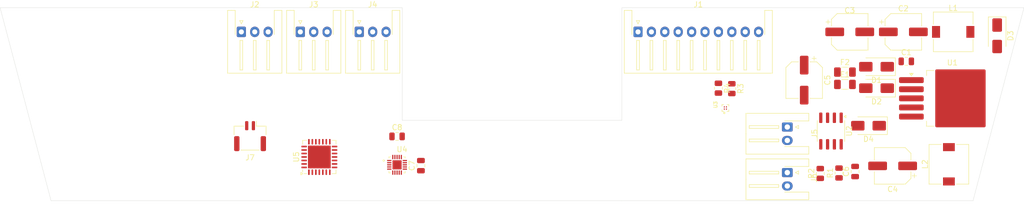
<source format=kicad_pcb>
(kicad_pcb (version 20241229) (generator "pcbnew") (generator_version "9.0")
  (layers (0 "F.Cu" signal) (2 "B.Cu" signal) (13 "F.Paste" user) (15 "B.Paste" user) (5 "F.SilkS" user "F.Silkscreen") (7 "B.SilkS" user "B.Silkscreen") (1 "F.Mask" user) (3 "B.Mask" user) (25 "Edge.Cuts" user))
  (net 0 "")
  (net 1 "GND")
  (net 2 "+5V")
  (net 3 "+10V")
  (net 4 "Net-(U2-TC)")
  (net 5 "Net-(U4-1.8VOUT)")
  (net 6 "Net-(U4-VCP)")
  (net 7 "Net-(D3-K)")
  (net 8 "Net-(D4-A)")
  (net 9 "+12V")
  (net 10 "+3V3")
  (net 11 "Net-(J1-Pin_4)")
  (net 12 "Net-(J1-Pin_8)")
  (net 13 "Net-(J1-Pin_5)")
  (net 14 "Net-(J1-Pin_7)")
  (net 15 "Net-(J1-Pin_10)")
  (net 16 "Net-(J1-Pin_9)")
  (net 18 "Net-(J4-Pin_3)")
  (net 19 "Net-(J4-Pin_2)")
  (net 20 "Net-(J4-Pin_1)")
  (net 21 "Net-(U2-Vfb)")
  (net 22 "Net-(U3-SCL)")
  (net 23 "Net-(U3-SDA)")
  (net 24 "Net-(U4-VH)")
  (net 27 "Net-(U4-WL)")
  (net 29 "Net-(U4-UL)")
  (net 30 "Net-(U4-UH)")
  (net 31 "Net-(U4-VL)")
  (net 32 "Net-(U4-WH)")
  (footprint "Diode_SMD:D_SMA" (layer "F.Cu") (at 218 101.5 180)
    (property "Reference" "D1" (at 0 -2.5 0) (layer "F.SilkS"))
    (property "Value" "D_Schottky")
    (fp_line (start -3.51 1.65) (end 2 1.65) (stroke (width 0.12)) (layer "F.SilkS"))
    (fp_line (start -3.51 -1.65) (end 2 -1.65) (stroke (width 0.12)) (layer "F.SilkS"))
    (fp_line (start -3.51 -1.65) (end -3.51 1.65) (stroke (width 0.12)) (layer "F.SilkS"))
    (pad "1" smd roundrect (at -2 0 180) (size 2.5 1.8) (layers "F.Cu" "F.Mask" "F.Paste") (roundrect_rratio 0.1388888889) (net 9 "+12V"))
    (pad "2" smd roundrect (at 2 0 180) (size 2.5 1.8) (layers "F.Cu" "F.Mask" "F.Paste") (roundrect_rratio 0.1388888889) (net 9 "+12V"))
  )
  (footprint "Connector_JST:JST_XH_S3B-XH-A-1_1x03_P2.50mm_Horizontal" (layer "F.Cu") (at 110.5 95)
    (property "Reference" "J3" (at 2.5 -5.1 0) (layer "F.SilkS"))
    (property "Value" "LED Connector")
    (fp_line (start -2.56 -4.01) (end -1.14 -4.01) (stroke (width 0.12)) (layer "F.SilkS"))
    (fp_line (start -2.56 7.71) (end -2.56 -4.01) (stroke (width 0.12)) (layer "F.SilkS"))
    (fp_line (start -1.14 -4.01) (end -1.14 0.49) (stroke (width 0.12)) (layer "F.SilkS"))
    (fp_line (start -0.3 -2.1) (end 0.3 -2.1) (stroke (width 0.12)) (layer "F.SilkS"))
    (fp_line (start -0.25 1.6) (end -0.25 7.1) (stroke (width 0.12)) (layer "F.SilkS"))
    (fp_line (start -0.25 7.1) (end 0.25 7.1) (stroke (width 0.12)) (layer "F.SilkS"))
    (fp_line (start 0 -1.5) (end -0.3 -2.1) (stroke (width 0.12)) (layer "F.SilkS"))
    (fp_line (start 0.25 1.6) (end -0.25 1.6) (stroke (width 0.12)) (layer "F.SilkS"))
    (fp_line (start 0.25 7.1) (end 0.25 1.6) (stroke (width 0.12)) (layer "F.SilkS"))
    (fp_line (start 0.3 -2.1) (end 0 -1.5) (stroke (width 0.12)) (layer "F.SilkS"))
    (fp_line (start 2.25 1.6) (end 2.25 7.1) (stroke (width 0.12)) (layer "F.SilkS"))
    (fp_line (start 2.25 7.1) (end 2.75 7.1) (stroke (width 0.12)) (layer "F.SilkS"))
    (fp_line (start 2.5 7.71) (end -2.56 7.71) (stroke (width 0.12)) (layer "F.SilkS"))
    (fp_line (start 2.5 7.71) (end 7.56 7.71) (stroke (width 0.12)) (layer "F.SilkS"))
    (fp_line (start 2.75 1.6) (end 2.25 1.6) (stroke (width 0.12)) (layer "F.SilkS"))
    (fp_line (start 2.75 7.1) (end 2.75 1.6) (stroke (width 0.12)) (layer "F.SilkS"))
    (fp_line (start 4.75 1.6) (end 4.75 7.1) (stroke (width 0.12)) (layer "F.SilkS"))
    (fp_line (start 4.75 7.1) (end 5.25 7.1) (stroke (width 0.12)) (layer "F.SilkS"))
    (fp_line (start 5.25 1.6) (end 4.75 1.6) (stroke (width 0.12)) (layer "F.SilkS"))
    (fp_line (start 5.25 7.1) (end 5.25 1.6) (stroke (width 0.12)) (layer "F.SilkS"))
    (fp_line (start 6.14 -4.01) (end 6.14 0.49) (stroke (width 0.12)) (layer "F.SilkS"))
    (fp_line (start 7.56 -4.01) (end 6.14 -4.01) (stroke (width 0.12)) (layer "F.SilkS"))
    (fp_line (start 7.56 7.71) (end 7.56 -4.01) (stroke (width 0.12)) (layer "F.SilkS"))
    (pad "1" thru_hole roundrect (at 0 0) (size 1.7 1.95) (drill 0.95) (layers "*.Cu" "*.Mask") (roundrect_rratio 0.147059) (net 2 "+5V"))
    (pad "2" thru_hole oval (at 2.5 0) (size 1.7 1.95) (drill 0.95) (layers "*.Cu" "*.Mask") (net 1 "GND"))
    (pad "3" thru_hole oval (at 5 0) (size 1.7 1.95) (drill 0.95) (layers "*.Cu" "*.Mask") (net 11 "Net-(J1-Pin_4)"))
  )
  (footprint "Capacitor_SMD:CP_Elec_6.3x5.4" (layer "F.Cu") (at 213 95)
    (property "Reference" "C3" (at 0 -4 0) (layer "F.SilkS"))
    (property "Value" "C_Polarized_Small")
    (fp_line (start -4.4375 -1.8475) (end -3.65 -1.8475) (stroke (width 0.12)) (layer "F.SilkS"))
    (fp_line (start -4.04375 -2.24125) (end -4.04375 -1.45375) (stroke (width 0.12)) (layer "F.SilkS"))
    (fp_line (start -3.41 -2.345563) (end -3.41 -1.06) (stroke (width 0.12)) (layer "F.SilkS"))
    (fp_line (start -3.41 -2.345563) (end -2.345563 -3.41) (stroke (width 0.12)) (layer "F.SilkS"))
    (fp_line (start -3.41 2.345563) (end -3.41 1.06) (stroke (width 0.12)) (layer "F.SilkS"))
    (fp_line (start -3.41 2.345563) (end -2.345563 3.41) (stroke (width 0.12)) (layer "F.SilkS"))
    (fp_line (start -2.345563 -3.41) (end 3.41 -3.41) (stroke (width 0.12)) (layer "F.SilkS"))
    (fp_line (start -2.345563 3.41) (end 3.41 3.41) (stroke (width 0.12)) (layer "F.SilkS"))
    (fp_line (start 3.41 -3.41) (end 3.41 -1.06) (stroke (width 0.12)) (layer "F.SilkS"))
    (fp_line (start 3.41 3.41) (end 3.41 1.06) (stroke (width 0.12)) (layer "F.SilkS"))
    (pad "1" smd roundrect (at -2.8 0) (size 3.5 1.6) (layers "F.Cu" "F.Mask" "F.Paste") (roundrect_rratio 0.15625) (net 2 "+5V"))
    (pad "2" smd roundrect (at 2.8 0) (size 3.5 1.6) (layers "F.Cu" "F.Mask" "F.Paste") (roundrect_rratio 0.15625) (net 1 "GND"))
  )
  (footprint "Capacitor_SMD:CP_Elec_6.3x5.4" (layer "F.Cu") (at 221 120 180)
    (property "Reference" "C4" (at 0 -4.35 0) (layer "F.SilkS"))
    (property "Value" "C_Polarized_Small")
    (fp_line (start 3.41 3.41) (end 3.41 1.06) (stroke (width 0.12)) (layer "F.SilkS"))
    (fp_line (start 3.41 -3.41) (end 3.41 -1.06) (stroke (width 0.12)) (layer "F.SilkS"))
    (fp_line (start -2.345563 3.41) (end 3.41 3.41) (stroke (width 0.12)) (layer "F.SilkS"))
    (fp_line (start -2.345563 -3.41) (end 3.41 -3.41) (stroke (width 0.12)) (layer "F.SilkS"))
    (fp_line (start -3.41 2.345563) (end -2.345563 3.41) (stroke (width 0.12)) (layer "F.SilkS"))
    (fp_line (start -3.41 2.345563) (end -3.41 1.06) (stroke (width 0.12)) (layer "F.SilkS"))
    (fp_line (start -3.41 -2.345563) (end -2.345563 -3.41) (stroke (width 0.12)) (layer "F.SilkS"))
    (fp_line (start -3.41 -2.345563) (end -3.41 -1.06) (stroke (width 0.12)) (layer "F.SilkS"))
    (fp_line (start -4.04375 -2.24125) (end -4.04375 -1.45375) (stroke (width 0.12)) (layer "F.SilkS"))
    (fp_line (start -4.4375 -1.8475) (end -3.65 -1.8475) (stroke (width 0.12)) (layer "F.SilkS"))
    (pad "1" smd roundrect (at -2.8 0 180) (size 3.5 1.6) (layers "F.Cu" "F.Mask" "F.Paste") (roundrect_rratio 0.15625) (net 2 "+5V"))
    (pad "2" smd roundrect (at 2.8 0 180) (size 3.5 1.6) (layers "F.Cu" "F.Mask" "F.Paste") (roundrect_rratio 0.15625) (net 1 "GND"))
  )
  (footprint "Connector_JST:JST_GH_BM02B-GHS-TBT_1x02-1MP_P1.25mm_Vertical" (layer "F.Cu") (at 101.125 114.45 180)
    (property "Reference" "J7" (at 0 -4 0) (layer "F.SilkS"))
    (property "Value" "Speaker Connector")
    (fp_line (start 2.985 1.86) (end 1.185 1.86) (stroke (width 0.12)) (layer "F.SilkS"))
    (fp_line (start 2.985 0.26) (end 2.985 1.86) (stroke (width 0.12)) (layer "F.SilkS"))
    (fp_line (start -1.185 1.86) (end -1.185 2.8) (stroke (width 0.12)) (layer "F.SilkS"))
    (fp_line (start -1.715 -2.61) (end 1.715 -2.61) (stroke (width 0.12)) (layer "F.SilkS"))
    (fp_line (start -2.985 1.86) (end -1.185 1.86) (stroke (width 0.12)) (layer "F.SilkS"))
    (fp_line (start -2.985 0.26) (end -2.985 1.86) (stroke (width 0.12)) (layer "F.SilkS"))
    (pad "1" smd roundrect (at -0.625 1.95 180) (size 0.6 1.7) (layers "F.Cu" "F.Mask" "F.Paste") (net 15 "Net-(J1-Pin_10)"))
    (pad "2" smd roundrect (at 0.625 1.95 180) (size 0.6 1.7) (layers "F.Cu" "F.Mask" "F.Paste") (net 16 "Net-(J1-Pin_9)"))
    (pad "MP" smd roundrect (at -2.475 -1.4 180) (size 1 2.8) (layers "F.Cu" "F.Mask" "F.Paste"))
    (pad "MP" smd roundrect (at 2.475 -1.4 180) (size 1 2.8) (layers "F.Cu" "F.Mask" "F.Paste"))
  )
  (footprint "Connector_JST:JST_XH_S2B-XH-A-1_1x02_P2.50mm_Horizontal" (layer "F.Cu") (at 201.35 121.25 -90)
    (property "Reference" "J6" (at 1 -5 90) (layer "F.SilkS"))
    (property "Value" "12v Input 2")
    (fp_line (start -2.56 7.71) (end -2.56 -4.01) (stroke (width 0.12)) (layer "F.SilkS"))
    (fp_line (start 1.25 7.71) (end -2.56 7.71) (stroke (width 0.12)) (layer "F.SilkS"))
    (fp_line (start 1.25 7.71) (end 5.06 7.71) (stroke (width 0.12)) (layer "F.SilkS"))
    (fp_line (start 5.06 7.71) (end 5.06 -4.01) (stroke (width 0.12)) (layer "F.SilkS"))
    (fp_line (start -0.25 7.1) (end 0.25 7.1) (stroke (width 0.12)) (layer "F.SilkS"))
    (fp_line (start 0.25 7.1) (end 0.25 1.6) (stroke (width 0.12)) (layer "F.SilkS"))
    (fp_line (start 2.25 7.1) (end 2.75 7.1) (stroke (width 0.12)) (layer "F.SilkS"))
    (fp_line (start 2.75 7.1) (end 2.75 1.6) (stroke (width 0.12)) (layer "F.SilkS"))
    (fp_line (start -0.25 1.6) (end -0.25 7.1) (stroke (width 0.12)) (layer "F.SilkS"))
    (fp_line (start 0.25 1.6) (end -0.25 1.6) (stroke (width 0.12)) (layer "F.SilkS"))
    (fp_line (start 2.25 1.6) (end 2.25 7.1) (stroke (width 0.12)) (layer "F.SilkS"))
    (fp_line (start 2.75 1.6) (end 2.25 1.6) (stroke (width 0.12)) (layer "F.SilkS"))
    (fp_line (start 0 -1.5) (end -0.3 -2.1) (stroke (width 0.12)) (layer "F.SilkS"))
    (fp_line (start -0.3 -2.1) (end 0.3 -2.1) (stroke (width 0.12)) (layer "F.SilkS"))
    (fp_line (start 0.3 -2.1) (end 0 -1.5) (stroke (width 0.12)) (layer "F.SilkS"))
    (fp_line (start -2.56 -4.01) (end -1.14 -4.01) (stroke (width 0.12)) (layer "F.SilkS"))
    (fp_line (start -1.14 -4.01) (end -1.14 0.49) (stroke (width 0.12)) (layer "F.SilkS"))
    (fp_line (start 3.64 -4.01) (end 3.64 0.49) (stroke (width 0.12)) (layer "F.SilkS"))
    (fp_line (start 5.06 -4.01) (end 3.64 -4.01) (stroke (width 0.12)) (layer "F.SilkS"))
    (pad "1" thru_hole roundrect (at 0 0 270) (size 1.7 2) (drill 1) (layers "*.Cu" "*.Mask") (roundrect_rratio 0.147059) (net 1 "GND"))
    (pad "2" thru_hole oval (at 2.5 0 270) (size 1.7 2) (drill 1) (layers "*.Cu" "*.Mask") (net 9 "+12V"))
  )
  (footprint "MMC5603NJ:XDCR_MMC5603NJ" (layer "F.Cu") (at 189.8 109.2 90)
    (property "Reference" "U3" (at 0.607 -1.8314 90) (layer "F.SilkS") (effects (font (size 0.64 0.64))))
    (property "Value" "MMC5603NJ")
    (fp_line (start 0.635 -0.635) (end 0.3175 -0.635) (stroke (width 0.127)) (layer "F.SilkS"))
    (fp_line (start 0.635 -0.635) (end 0.635 -0.3175) (stroke (width 0.127)) (layer "F.SilkS"))
    (fp_line (start -0.635 -0.635) (end -0.3175 -0.635) (stroke (width 0.127)) (layer "F.SilkS"))
    (fp_line (start -0.635 -0.635) (end -0.635 -0.3175) (stroke (width 0.127)) (layer "F.SilkS"))
    (fp_line (start 0.635 0.635) (end 0.635 0.3175) (stroke (width 0.127)) (layer "F.SilkS"))
    (fp_line (start 0.635 0.635) (end 0.3175 0.635) (stroke (width 0.127)) (layer "F.SilkS"))
    (fp_line (start -0.635 0.635) (end -0.635 0.3175) (stroke (width 0.127)) (layer "F.SilkS"))
    (fp_line (start -0.635 0.635) (end -0.3175 0.635) (stroke (width 0.127)) (layer "F.SilkS"))
    (fp_circle (center -0.925 -0.2) (end -0.825 -0.2) (stroke (width 0.2)) (fill no) (layer "F.SilkS"))
    (pad "A1" smd circle (at -0.2 -0.2 90) (size 0.23 0.23) (layers "F.Cu" "F.Paste") (net 1 "GND"))
    (pad "A2" smd circle (at 0.2 -0.2 90) (size 0.23 0.23) (layers "F.Cu" "F.Paste") (net 22 "Net-(U3-SCL)"))
    (pad "B1" smd circle (at -0.2 0.2 90) (size 0.23 0.23) (layers "F.Cu" "F.Paste") (net 10 "+3V3"))
    (pad "B2" smd circle (at 0.2 0.2 90) (size 0.23 0.23) (layers "F.Cu" "F.Paste") (net 23 "Net-(U3-SDA)"))
  )
  (footprint "Diode_SMD:D_SMA" (layer "F.Cu") (at 216.5 112.5 180)
    (property "Reference" "D4" (at 0 -2.5 0) (layer "F.SilkS"))
    (property "Value" "D_Schottky")
    (fp_line (start -3.51 1.65) (end 2 1.65) (stroke (width 0.12)) (layer "F.SilkS"))
    (fp_line (start -3.51 -1.65) (end 2 -1.65) (stroke (width 0.12)) (layer "F.SilkS"))
    (fp_line (start -3.51 -1.65) (end -3.51 1.65) (stroke (width 0.12)) (layer "F.SilkS"))
    (pad "1" smd roundrect (at -2 0 180) (size 2.5 1.8) (layers "F.Cu" "F.Mask" "F.Paste") (roundrect_rratio 0.1388888889) (net 3 "+10V"))
    (pad "2" smd roundrect (at 2 0 180) (size 2.5 1.8) (layers "F.Cu" "F.Mask" "F.Paste") (roundrect_rratio 0.1388888889) (net 8 "Net-(D4-A)"))
  )
  (footprint "Diode_SMD:D_SMA" (layer "F.Cu") (at 240.5 95.725 -90)
    (property "Reference" "D3" (at 0 -2.5 90) (layer "F.SilkS"))
    (property "Value" "D_Schottky")
    (fp_line (start -3.51 1.65) (end 2 1.65) (stroke (width 0.12)) (layer "F.SilkS"))
    (fp_line (start -3.51 -1.65) (end -3.51 1.65) (stroke (width 0.12)) (layer "F.SilkS"))
    (fp_line (start -3.51 -1.65) (end 2 -1.65) (stroke (width 0.12)) (layer "F.SilkS"))
    (pad "1" smd roundrect (at -2 0 270) (size 2.5 1.8) (layers "F.Cu" "F.Mask" "F.Paste") (roundrect_rratio 0.1388888889) (net 7 "Net-(D3-K)"))
    (pad "2" smd roundrect (at 2 0 270) (size 2.5 1.8) (layers "F.Cu" "F.Mask" "F.Paste") (roundrect_rratio 0.1388888889) (net 1 "GND"))
  )
  (footprint "Resistor_SMD:R_0805_2012Metric" (layer "F.Cu") (at 191 105.5875 -90)
    (property "Reference" "R3" (at 0 -1.65 90) (layer "F.SilkS"))
    (property "Value" "R_Small")
    (fp_line (start -0.227064 0.735) (end 0.227064 0.735) (stroke (width 0.12)) (layer "F.SilkS"))
    (fp_line (start -0.227064 -0.735) (end 0.227064 -0.735) (stroke (width 0.12)) (layer "F.SilkS"))
    (pad "1" smd roundrect (at -0.9125 0 270) (size 1.025 1.4) (layers "F.Cu" "F.Mask" "F.Paste") (roundrect_rratio 0.243902) (net 12 "Net-(J1-Pin_8)"))
    (pad "2" smd roundrect (at 0.9125 0 270) (size 1.025 1.4) (layers "F.Cu" "F.Mask" "F.Paste") (roundrect_rratio 0.243902) (net 22 "Net-(U3-SCL)"))
  )
  (footprint "Capacitor_SMD:C_0805_2012Metric" (layer "F.Cu") (at 133 119.95 90)
    (property "Reference" "C7" (at 0 -1.68 90) (layer "F.SilkS"))
    (property "Value" "C_Small")
    (fp_line (start -0.261252 -0.735) (end 0.261252 -0.735) (stroke (width 0.12)) (layer "F.SilkS"))
    (fp_line (start -0.261252 0.735) (end 0.261252 0.735) (stroke (width 0.12)) (layer "F.SilkS"))
    (pad "1" smd roundrect (at -0.95 0 90) (size 1 1.45) (layers "F.Cu" "F.Mask" "F.Paste") (net 5 "Net-(U4-1.8VOUT)"))
    (pad "2" smd roundrect (at 0.95 0 90) (size 1 1.45) (layers "F.Cu" "F.Mask" "F.Paste") (net 1 "GND"))
  )
  (footprint "Package_TO_SOT_SMD:TO-263-5_TabPin3" (layer "F.Cu") (at 232.15 107.4)
    (property "Reference" "U1" (at 0 -6.65 0) (layer "F.SilkS"))
    (property "Value" "LM2596S-5")
    (fp_line (start -4.825 -5.2) (end -4.825 -4.25) (stroke (width 0.12)) (layer "F.SilkS"))
    (fp_line (start -4.825 5.2) (end -4.825 4.25) (stroke (width 0.12)) (layer "F.SilkS"))
    (fp_line (start -3.46 -5.2) (end -4.825 -5.2) (stroke (width 0.12)) (layer "F.SilkS"))
    (fp_line (start -3.46 5.2) (end -4.825 5.2) (stroke (width 0.12)) (layer "F.SilkS"))
    (fp_poly (pts (xy -7.65 -4.21) (xy -7.99 -4.68) (xy -7.31 -4.68)) (stroke (width 0.12)) (fill yes) (layer "F.SilkS"))
    (pad "1" smd roundrect (at -7.65 -3.4) (size 4.6 1.1) (layers "F.Cu" "F.Mask" "F.Paste") (roundrect_rratio 0.227273) (net 9 "+12V"))
    (pad "2" smd roundrect (at -7.65 -1.7) (size 4.6 1.1) (layers "F.Cu" "F.Mask" "F.Paste") (roundrect_rratio 0.227273) (net 7 "Net-(D3-K)"))
    (pad "3" smd roundrect (at -7.65 0) (size 4.6 1.1) (layers "F.Cu" "F.Mask" "F.Paste") (roundrect_rratio 0.227273) (net 1 "GND"))
    (pad "3" smd roundrect (at 1.5 0) (size 9.4 10.8) (layers "F.Cu" "F.Mask") (roundrect_rratio 0.026596) (net 1 "GND"))
    (pad "4" smd roundrect (at -7.65 1.7) (size 4.6 1.1) (layers "F.Cu" "F.Mask" "F.Paste") (roundrect_rratio 0.227273) (net 2 "+5V"))
    (pad "5" smd roundrect (at -7.65 3.4) (size 4.6 1.1) (layers "F.Cu" "F.Mask" "F.Paste") (roundrect_rratio 0.227273) (net 1 "GND"))
  )
  (footprint "Diode_SMD:D_SMA" (layer "F.Cu") (at 218 105.5 180)
    (property "Reference" "D2" (at 0 -2.5 0) (layer "F.SilkS"))
    (property "Value" "D_Schottky")
    (fp_line (start -3.51 1.65) (end 2 1.65) (stroke (width 0.12)) (layer "F.SilkS"))
    (fp_line (start -3.51 -1.65) (end 2 -1.65) (stroke (width 0.12)) (layer "F.SilkS"))
    (fp_line (start -3.51 -1.65) (end -3.51 1.65) (stroke (width 0.12)) (layer "F.SilkS"))
    (pad "1" smd roundrect (at -2 0 180) (size 2.5 1.8) (layers "F.Cu" "F.Mask" "F.Paste") (roundrect_rratio 0.1388888889) (net 9 "+12V"))
    (pad "2" smd roundrect (at 2 0 180) (size 2.5 1.8) (layers "F.Cu" "F.Mask" "F.Paste") (roundrect_rratio 0.1388888889) (net 9 "+12V"))
  )
  (footprint "Connector_JST:JST_XH_S3B-XH-A-1_1x03_P2.50mm_Horizontal" (layer "F.Cu") (at 99.5 95)
    (property "Reference" "J2" (at 2.5 -5.1 0) (layer "F.SilkS"))
    (property "Value" "Encoder Connector")
    (fp_line (start -2.56 -4.01) (end -1.14 -4.01) (stroke (width 0.12)) (layer "F.SilkS"))
    (fp_line (start -2.56 7.71) (end -2.56 -4.01) (stroke (width 0.12)) (layer "F.SilkS"))
    (fp_line (start -1.14 -4.01) (end -1.14 0.49) (stroke (width 0.12)) (layer "F.SilkS"))
    (fp_line (start -0.3 -2.1) (end 0.3 -2.1) (stroke (width 0.12)) (layer "F.SilkS"))
    (fp_line (start -0.25 1.6) (end -0.25 7.1) (stroke (width 0.12)) (layer "F.SilkS"))
    (fp_line (start -0.25 7.1) (end 0.25 7.1) (stroke (width 0.12)) (layer "F.SilkS"))
    (fp_line (start 0 -1.5) (end -0.3 -2.1) (stroke (width 0.12)) (layer "F.SilkS"))
    (fp_line (start 0.25 1.6) (end -0.25 1.6) (stroke (width 0.12)) (layer "F.SilkS"))
    (fp_line (start 0.25 7.1) (end 0.25 1.6) (stroke (width 0.12)) (layer "F.SilkS"))
    (fp_line (start 0.3 -2.1) (end 0 -1.5) (stroke (width 0.12)) (layer "F.SilkS"))
    (fp_line (start 2.25 1.6) (end 2.25 7.1) (stroke (width 0.12)) (layer "F.SilkS"))
    (fp_line (start 2.25 7.1) (end 2.75 7.1) (stroke (width 0.12)) (layer "F.SilkS"))
    (fp_line (start 2.5 7.71) (end -2.56 7.71) (stroke (width 0.12)) (layer "F.SilkS"))
    (fp_line (start 2.5 7.71) (end 7.56 7.71) (stroke (width 0.12)) (layer "F.SilkS"))
    (fp_line (start 2.75 1.6) (end 2.25 1.6) (stroke (width 0.12)) (layer "F.SilkS"))
    (fp_line (start 2.75 7.1) (end 2.75 1.6) (stroke (width 0.12)) (layer "F.SilkS"))
    (fp_line (start 4.75 1.6) (end 4.75 7.1) (stroke (width 0.12)) (layer "F.SilkS"))
    (fp_line (start 4.75 7.1) (end 5.25 7.1) (stroke (width 0.12)) (layer "F.SilkS"))
    (fp_line (start 5.25 1.6) (end 4.75 1.6) (stroke (width 0.12)) (layer "F.SilkS"))
    (fp_line (start 5.25 7.1) (end 5.25 1.6) (stroke (width 0.12)) (layer "F.SilkS"))
    (fp_line (start 6.14 -4.01) (end 6.14 0.49) (stroke (width 0.12)) (layer "F.SilkS"))
    (fp_line (start 7.56 -4.01) (end 6.14 -4.01) (stroke (width 0.12)) (layer "F.SilkS"))
    (fp_line (start 7.56 7.71) (end 7.56 -4.01) (stroke (width 0.12)) (layer "F.SilkS"))
    (pad "1" thru_hole roundrect (at 0 0) (size 1.7 1.95) (drill 0.95) (layers "*.Cu" "*.Mask") (roundrect_rratio 0.147059) (net 10 "+3V3"))
    (pad "2" thru_hole oval (at 2.5 0) (size 1.7 1.95) (drill 0.95) (layers "*.Cu" "*.Mask") (net 1 "GND"))
    (pad "3" thru_hole oval (at 5 0) (size 1.7 1.95) (drill 0.95) (layers "*.Cu" "*.Mask") (net 13 "Net-(J1-Pin_5)"))
  )
  (footprint "Connector_JST:JST_XH_S10B-XH-A-1_1x10_P2.50mm_Horizontal" (layer "F.Cu") (at 173.5 95)
    (property "Reference" "J1" (at 11.25 -5.1 0) (layer "F.SilkS"))
    (property "Value" "ESP32")
    (fp_line (start -2.56 -4.01) (end -1.14 -4.01) (stroke (width 0.12)) (layer "F.SilkS"))
    (fp_line (start -2.56 7.71) (end -2.56 -4.01) (stroke (width 0.12)) (layer "F.SilkS"))
    (fp_line (start -1.14 -4.01) (end -1.14 0.49) (stroke (width 0.12)) (layer "F.SilkS"))
    (fp_line (start -0.3 -2.1) (end 0.3 -2.1) (stroke (width 0.12)) (layer "F.SilkS"))
    (fp_line (start -0.25 1.6) (end -0.25 7.1) (stroke (width 0.12)) (layer "F.SilkS"))
    (fp_line (start -0.25 7.1) (end 0.25 7.1) (stroke (width 0.12)) (layer "F.SilkS"))
    (fp_line (start 0 -1.5) (end -0.3 -2.1) (stroke (width 0.12)) (layer "F.SilkS"))
    (fp_line (start 0.25 1.6) (end -0.25 1.6) (stroke (width 0.12)) (layer "F.SilkS"))
    (fp_line (start 0.25 7.1) (end 0.25 1.6) (stroke (width 0.12)) (layer "F.SilkS"))
    (fp_line (start 0.3 -2.1) (end 0 -1.5) (stroke (width 0.12)) (layer "F.SilkS"))
    (fp_line (start 2.25 1.6) (end 2.25 7.1) (stroke (width 0.12)) (layer "F.SilkS"))
    (fp_line (start 2.25 7.1) (end 2.75 7.1) (stroke (width 0.12)) (layer "F.SilkS"))
    (fp_line (start 2.75 1.6) (end 2.25 1.6) (stroke (width 0.12)) (layer "F.SilkS"))
    (fp_line (start 2.75 7.1) (end 2.75 1.6) (stroke (width 0.12)) (layer "F.SilkS"))
    (fp_line (start 4.75 1.6) (end 4.75 7.1) (stroke (width 0.12)) (layer "F.SilkS"))
    (fp_line (start 4.75 7.1) (end 5.25 7.1) (stroke (width 0.12)) (layer "F.SilkS"))
    (fp_line (start 5.25 1.6) (end 4.75 1.6) (stroke (width 0.12)) (layer "F.SilkS"))
    (fp_line (start 5.25 7.1) (end 5.25 1.6) (stroke (width 0.12)) (layer "F.SilkS"))
    (fp_line (start 7.25 1.6) (end 7.25 7.1) (stroke (width 0.12)) (layer "F.SilkS"))
    (fp_line (start 7.25 7.1) (end 7.75 7.1) (stroke (width 0.12)) (layer "F.SilkS"))
    (fp_line (start 7.75 1.6) (end 7.25 1.6) (stroke (width 0.12)) (layer "F.SilkS"))
    (fp_line (start 7.75 7.1) (end 7.75 1.6) (stroke (width 0.12)) (layer "F.SilkS"))
    (fp_line (start 9.75 1.6) (end 9.75 7.1) (stroke (width 0.12)) (layer "F.SilkS"))
    (fp_line (start 9.75 7.1) (end 10.25 7.1) (stroke (width 0.12)) (layer "F.SilkS"))
    (fp_line (start 10.25 1.6) (end 9.75 1.6) (stroke (width 0.12)) (layer "F.SilkS"))
    (fp_line (start 10.25 7.1) (end 10.25 1.6) (stroke (width 0.12)) (layer "F.SilkS"))
    (fp_line (start 11.25 7.71) (end -2.56 7.71) (stroke (width 0.12)) (layer "F.SilkS"))
    (fp_line (start 11.25 7.71) (end 25.06 7.71) (stroke (width 0.12)) (layer "F.SilkS"))
    (fp_line (start 12.25 1.6) (end 12.25 7.1) (stroke (width 0.12)) (layer "F.SilkS"))
    (fp_line (start 12.25 7.1) (end 12.75 7.1) (stroke (width 0.12)) (layer "F.SilkS"))
    (fp_line (start 12.75 1.6) (end 12.25 1.6) (stroke (width 0.12)) (layer "F.SilkS"))
    (fp_line (start 12.75 7.1) (end 12.75 1.6) (stroke (width 0.12)) (layer "F.SilkS"))
    (fp_line (start 14.75 1.6) (end 14.75 7.1) (stroke (width 0.12)) (layer "F.SilkS"))
    (fp_line (start 14.75 7.1) (end 15.25 7.1) (stroke (width 0.12)) (layer "F.SilkS"))
    (fp_line (start 15.25 1.6) (end 14.75 1.6) (stroke (width 0.12)) (layer "F.SilkS"))
    (fp_line (start 15.25 7.1) (end 15.25 1.6) (stroke (width 0.12)) (layer "F.SilkS"))
    (fp_line (start 17.25 1.6) (end 17.25 7.1) (stroke (width 0.12)) (layer "F.SilkS"))
    (fp_line (start 17.25 7.1) (end 17.75 7.1) (stroke (width 0.12)) (layer "F.SilkS"))
    (fp_line (start 17.75 1.6) (end 17.25 1.6) (stroke (width 0.12)) (layer "F.SilkS"))
    (fp_line (start 17.75 7.1) (end 17.75 1.6) (stroke (width 0.12)) (layer "F.SilkS"))
    (fp_line (start 19.75 1.6) (end 19.75 7.1) (stroke (width 0.12)) (layer "F.SilkS"))
    (fp_line (start 19.75 7.1) (end 20.25 7.1) (stroke (width 0.12)) (layer "F.SilkS"))
    (fp_line (start 20.25 1.6) (end 19.75 1.6) (stroke (width 0.12)) (layer "F.SilkS"))
    (fp_line (start 20.25 7.1) (end 20.25 1.6) (stroke (width 0.12)) (layer "F.SilkS"))
    (fp_line (start 22.25 1.6) (end 22.25 7.1) (stroke (width 0.12)) (layer "F.SilkS"))
    (fp_line (start 22.25 7.1) (end 22.75 7.1) (stroke (width 0.12)) (layer "F.SilkS"))
    (fp_line (start 22.75 1.6) (end 22.25 1.6) (stroke (width 0.12)) (layer "F.SilkS"))
    (fp_line (start 22.75 7.1) (end 22.75 1.6) (stroke (width 0.12)) (layer "F.SilkS"))
    (fp_line (start 23.64 -4.01) (end 23.64 0.49) (stroke (width 0.12)) (layer "F.SilkS"))
    (fp_line (start 25.06 -4.01) (end 23.64 -4.01) (stroke (width 0.12)) (layer "F.SilkS"))
    (fp_line (start 25.06 7.71) (end 25.06 -4.01) (stroke (width 0.12)) (layer "F.SilkS"))
    (pad "1" thru_hole roundrect (at 0 0) (size 1.7 1.95) (drill 0.95) (layers "*.Cu" "*.Mask") (roundrect_rratio 0.147059) (net 2 "+5V"))
    (pad "2" thru_hole oval (at 2.5 0) (size 1.7 1.95) (drill 0.95) (layers "*.Cu" "*.Mask") (net 1 "GND"))
    (pad "3" thru_hole oval (at 5 0) (size 1.7 1.95) (drill 0.95) (layers "*.Cu" "*.Mask") (net 10 "+3V3"))
    (pad "4" thru_hole oval (at 7.5 0) (size 1.7 1.95) (drill 0.95) (layers "*.Cu" "*.Mask") (net 11 "Net-(J1-Pin_4)"))
    (pad "5" thru_hole oval (at 10 0) (size 1.7 1.95) (drill 0.95) (layers "*.Cu" "*.Mask") (net 13 "Net-(J1-Pin_5)"))
    (pad "6" thru_hole oval (at 12.5 0) (size 1.7 1.95) (drill 0.95) (layers "*.Cu" "*.Mask"))
    (pad "7" thru_hole oval (at 15 0) (size 1.7 1.95) (drill 0.95) (layers "*.Cu" "*.Mask") (net 14 "Net-(J1-Pin_7)"))
    (pad "8" thru_hole oval (at 17.5 0) (size 1.7 1.95) (drill 0.95) (layers "*.Cu" "*.Mask") (net 12 "Net-(J1-Pin_8)"))
    (pad "9" thru_hole oval (at 20 0) (size 1.7 1.95) (drill 0.95) (layers "*.Cu" "*.Mask") (net 16 "Net-(J1-Pin_9)"))
    (pad "10" thru_hole oval (at 22.5 0) (size 1.7 1.95) (drill 0.95) (layers "*.Cu" "*.Mask") (net 15 "Net-(J1-Pin_10)"))
  )
  (footprint "Resistor_SMD:R_0805_2012Metric" (layer "F.Cu") (at 211 121.325 90)
    (property "Reference" "R1" (at 0 -1.65 90) (layer "F.SilkS"))
    (property "Value" "R_Small")
    (fp_line (start -0.227064 -0.735) (end 0.227064 -0.735) (stroke (width 0.12)) (layer "F.SilkS"))
    (fp_line (start -0.227064 0.735) (end 0.227064 0.735) (stroke (width 0.12)) (layer "F.SilkS"))
    (pad "1" smd roundrect (at -0.9125 0 90) (size 1.025 1.4) (layers "F.Cu" "F.Mask" "F.Paste") (roundrect_rratio 0.243902) (net 21 "Net-(U2-Vfb)"))
    (pad "2" smd roundrect (at 0.9125 0 90) (size 1.025 1.4) (layers "F.Cu" "F.Mask" "F.Paste") (roundrect_rratio 0.243902) (net 1 "GND"))
  )
  (footprint "Connector_JST:JST_XH_S2B-XH-A-1_1x02_P2.50mm_Horizontal" (layer "F.Cu") (at 201.35 112.75 -90)
    (property "Reference" "J5" (at 1.25 -5.1 90) (layer "F.SilkS"))
    (property "Value" "12v Input 1")
    (fp_line (start -2.56 7.71) (end -2.56 -4.01) (stroke (width 0.12)) (layer "F.SilkS"))
    (fp_line (start 1.25 7.71) (end -2.56 7.71) (stroke (width 0.12)) (layer "F.SilkS"))
    (fp_line (start 1.25 7.71) (end 5.06 7.71) (stroke (width 0.12)) (layer "F.SilkS"))
    (fp_line (start 5.06 7.71) (end 5.06 -4.01) (stroke (width 0.12)) (layer "F.SilkS"))
    (fp_line (start -0.25 7.1) (end 0.25 7.1) (stroke (width 0.12)) (layer "F.SilkS"))
    (fp_line (start 0.25 7.1) (end 0.25 1.6) (stroke (width 0.12)) (layer "F.SilkS"))
    (fp_line (start 2.25 7.1) (end 2.75 7.1) (stroke (width 0.12)) (layer "F.SilkS"))
    (fp_line (start 2.75 7.1) (end 2.75 1.6) (stroke (width 0.12)) (layer "F.SilkS"))
    (fp_line (start -0.25 1.6) (end -0.25 7.1) (stroke (width 0.12)) (layer "F.SilkS"))
    (fp_line (start 0.25 1.6) (end -0.25 1.6) (stroke (width 0.12)) (layer "F.SilkS"))
    (fp_line (start 2.25 1.6) (end 2.25 7.1) (stroke (width 0.12)) (layer "F.SilkS"))
    (fp_line (start 2.75 1.6) (end 2.25 1.6) (stroke (width 0.12)) (layer "F.SilkS"))
    (fp_line (start 0 -1.5) (end -0.3 -2.1) (stroke (width 0.12)) (layer "F.SilkS"))
    (fp_line (start -0.3 -2.1) (end 0.3 -2.1) (stroke (width 0.12)) (layer "F.SilkS"))
    (fp_line (start 0.3 -2.1) (end 0 -1.5) (stroke (width 0.12)) (layer "F.SilkS"))
    (fp_line (start -2.56 -4.01) (end -1.14 -4.01) (stroke (width 0.12)) (layer "F.SilkS"))
    (fp_line (start -1.14 -4.01) (end -1.14 0.49) (stroke (width 0.12)) (layer "F.SilkS"))
    (fp_line (start 3.64 -4.01) (end 3.64 0.49) (stroke (width 0.12)) (layer "F.SilkS"))
    (fp_line (start 5.06 -4.01) (end 3.64 -4.01) (stroke (width 0.12)) (layer "F.SilkS"))
    (pad "1" thru_hole roundrect (at 0 0 270) (size 1.7 2) (drill 1) (layers "*.Cu" "*.Mask") (roundrect_rratio 0.147059) (net 1 "GND"))
    (pad "2" thru_hole oval (at 2.5 0 270) (size 1.7 2) (drill 1) (layers "*.Cu" "*.Mask") (net 9 "+12V"))
  )
  (footprint "Capacitor_SMD:CP_Elec_6.3x5.4" (layer "F.Cu") (at 223 95)
    (property "Reference" "C2" (at 0 -4.35 0) (layer "F.SilkS"))
    (property "Value" "C_Polarized_Small")
    (fp_line (start -4.4375 -1.8475) (end -3.65 -1.8475) (stroke (width 0.12)) (layer "F.SilkS"))
    (fp_line (start -4.04375 -2.24125) (end -4.04375 -1.45375) (stroke (width 0.12)) (layer "F.SilkS"))
    (fp_line (start -3.41 -2.345563) (end -3.41 -1.06) (stroke (width 0.12)) (layer "F.SilkS"))
    (fp_line (start -3.41 -2.345563) (end -2.345563 -3.41) (stroke (width 0.12)) (layer "F.SilkS"))
    (fp_line (start -3.41 2.345563) (end -3.41 1.06) (stroke (width 0.12)) (layer "F.SilkS"))
    (fp_line (start -3.41 2.345563) (end -2.345563 3.41) (stroke (width 0.12)) (layer "F.SilkS"))
    (fp_line (start -2.345563 -3.41) (end 3.41 -3.41) (stroke (width 0.12)) (layer "F.SilkS"))
    (fp_line (start -2.345563 3.41) (end 3.41 3.41) (stroke (width 0.12)) (layer "F.SilkS"))
    (fp_line (start 3.41 -3.41) (end 3.41 -1.06) (stroke (width 0.12)) (layer "F.SilkS"))
    (fp_line (start 3.41 3.41) (end 3.41 1.06) (stroke (width 0.12)) (layer "F.SilkS"))
    (pad "1" smd roundrect (at -2.8 0) (size 3.5 1.6) (layers "F.Cu" "F.Mask" "F.Paste") (roundrect_rratio 0.15625) (net 9 "+12V"))
    (pad "2" smd roundrect (at 2.8 0) (size 3.5 1.6) (layers "F.Cu" "F.Mask" "F.Paste") (roundrect_rratio 0.15625) (net 1 "GND"))
  )
  (footprint "Fuse:Fuse_1206_3216Metric" (layer "F.Cu") (at 212.1 102.5)
    (property "Reference" "F2" (at 0 -1.83 0) (layer "F.SilkS"))
    (property "Value" "Fuse")
    (fp_line (start -0.602064 -0.91) (end 0.602064 -0.91) (stroke (width 0.12)) (layer "F.SilkS"))
    (fp_line (start -0.602064 0.91) (end 0.602064 0.91) (stroke (width 0.12)) (layer "F.SilkS"))
    (pad "1" smd roundrect (at -1.4 0) (size 1.25 1.75) (layers "F.Cu" "F.Mask" "F.Paste") (roundrect_rratio 0.2) (net 9 "+12V"))
    (pad "2" smd roundrect (at 1.4 0) (size 1.25 1.75) (layers "F.Cu" "F.Mask" "F.Paste") (roundrect_rratio 0.2) (net 9 "+12V"))
  )
  (footprint "Connector_JST:JST_XH_S3B-XH-A-1_1x03_P2.50mm_Horizontal" (layer "F.Cu") (at 121.5 95)
    (property "Reference" "J4" (at 2.5 -5.1 0) (layer "F.SilkS"))
    (property "Value" "Motor Connector")
    (fp_line (start -2.56 -4.01) (end -1.14 -4.01) (stroke (width 0.12)) (layer "F.SilkS"))
    (fp_line (start -2.56 7.71) (end -2.56 -4.01) (stroke (width 0.12)) (layer "F.SilkS"))
    (fp_line (start -1.14 -4.01) (end -1.14 0.49) (stroke (width 0.12)) (layer "F.SilkS"))
    (fp_line (start -0.3 -2.1) (end 0.3 -2.1) (stroke (width 0.12)) (layer "F.SilkS"))
    (fp_line (start -0.25 1.6) (end -0.25 7.1) (stroke (width 0.12)) (layer "F.SilkS"))
    (fp_line (start -0.25 7.1) (end 0.25 7.1) (stroke (width 0.12)) (layer "F.SilkS"))
    (fp_line (start 0 -1.5) (end -0.3 -2.1) (stroke (width 0.12)) (layer "F.SilkS"))
    (fp_line (start 0.25 1.6) (end -0.25 1.6) (stroke (width 0.12)) (layer "F.SilkS"))
    (fp_line (start 0.25 7.1) (end 0.25 1.6) (stroke (width 0.12)) (layer "F.SilkS"))
    (fp_line (start 0.3 -2.1) (end 0 -1.5) (stroke (width 0.12)) (layer "F.SilkS"))
    (fp_line (start 2.25 1.6) (end 2.25 7.1) (stroke (width 0.12)) (layer "F.SilkS"))
    (fp_line (start 2.25 7.1) (end 2.75 7.1) (stroke (width 0.12)) (layer "F.SilkS"))
    (fp_line (start 2.5 7.71) (end -2.56 7.71) (stroke (width 0.12)) (layer "F.SilkS"))
    (fp_line (start 2.5 7.71) (end 7.56 7.71) (stroke (width 0.12)) (layer "F.SilkS"))
    (fp_line (start 2.75 1.6) (end 2.25 1.6) (stroke (width 0.12)) (layer "F.SilkS"))
    (fp_line (start 2.75 7.1) (end 2.75 1.6) (stroke (width 0.12)) (layer "F.SilkS"))
    (fp_line (start 4.75 1.6) (end 4.75 7.1) (stroke (width 0.12)) (layer "F.SilkS"))
    (fp_line (start 4.75 7.1) (end 5.25 7.1) (stroke (width 0.12)) (layer "F.SilkS"))
    (fp_line (start 5.25 1.6) (end 4.75 1.6) (stroke (width 0.12)) (layer "F.SilkS"))
    (fp_line (start 5.25 7.1) (end 5.25 1.6) (stroke (width 0.12)) (layer "F.SilkS"))
    (fp_line (start 6.14 -4.01) (end 6.14 0.49) (stroke (width 0.12)) (layer "F.SilkS"))
    (fp_line (start 7.56 -4.01) (end 6.14 -4.01) (stroke (width 0.12)) (layer "F.SilkS"))
    (fp_line (start 7.56 7.71) (end 7.56 -4.01) (stroke (width 0.12)) (layer "F.SilkS"))
    (pad "1" thru_hole roundrect (at 0 0) (size 1.7 1.95) (drill 0.95) (layers "*.Cu" "*.Mask") (roundrect_rratio 0.147059) (net 20 "Net-(J4-Pin_1)"))
    (pad "2" thru_hole oval (at 2.5 0) (size 1.7 1.95) (drill 0.95) (layers "*.Cu" "*.Mask") (net 19 "Net-(J4-Pin_2)"))
    (pad "3" thru_hole oval (at 5 0) (size 1.7 1.95) (drill 0.95) (layers "*.Cu" "*.Mask") (net 18 "Net-(J4-Pin_3)"))
  )
  (footprint "Fuse:Fuse_1206_3216Metric" (layer "F.Cu") (at 212.1 104.8)
    (property "Reference" "F1" (at 0 -1.83 0) (layer "F.SilkS"))
    (property "Value" "Fuse")
    (fp_line (start -0.602064 -0.91) (end 0.602064 -0.91) (stroke (width 0.12)) (layer "F.SilkS"))
    (fp_line (start -0.602064 0.91) (end 0.602064 0.91) (stroke (width 0.12)) (layer "F.SilkS"))
    (pad "1" smd roundrect (at -1.4 0) (size 1.25 1.75) (layers "F.Cu" "F.Mask" "F.Paste") (roundrect_rratio 0.2) (net 9 "+12V"))
    (pad "2" smd roundrect (at 1.4 0) (size 1.25 1.75) (layers "F.Cu" "F.Mask" "F.Paste") (roundrect_rratio 0.2) (net 9 "+12V"))
  )
  (footprint "Package_SO:SOIC-8_3.9x4.9mm_P1.27mm" (layer "F.Cu") (at 209.5 113.5 -90)
    (property "Reference" "U2" (at 0 -3.4 90) (layer "F.SilkS"))
    (property "Value" "MC34063AD")
    (fp_line (start 0 2.56) (end -1.95 2.56) (stroke (width 0.12)) (layer "F.SilkS"))
    (fp_line (start 0 2.56) (end 1.95 2.56) (stroke (width 0.12)) (layer "F.SilkS"))
    (fp_line (start 0 -2.56) (end -1.95 -2.56) (stroke (width 0.12)) (layer "F.SilkS"))
    (fp_line (start 0 -2.56) (end 1.95 -2.56) (stroke (width 0.12)) (layer "F.SilkS"))
    (fp_poly (pts (xy -2.7 -2.465) (xy -2.94 -2.795) (xy -2.46 -2.795)) (stroke (width 0.12)) (fill yes) (layer "F.SilkS"))
    (pad "1" smd roundrect (at -2.475 -1.905 270) (size 1.95 0.6) (layers "F.Cu" "F.Mask" "F.Paste") (net 8 "Net-(D4-A)"))
    (pad "2" smd roundrect (at -2.475 -0.635 270) (size 1.95 0.6) (layers "F.Cu" "F.Mask" "F.Paste") (net 1 "GND"))
    (pad "3" smd roundrect (at -2.475 0.635 270) (size 1.95 0.6) (layers "F.Cu" "F.Mask" "F.Paste") (net 4 "Net-(U2-TC)"))
    (pad "4" smd roundrect (at -2.475 1.905 270) (size 1.95 0.6) (layers "F.Cu" "F.Mask" "F.Paste") (net 1 "GND"))
    (pad "5" smd roundrect (at 2.475 1.905 270) (size 1.95 0.6) (layers "F.Cu" "F.Mask" "F.Paste") (net 21 "Net-(U2-Vfb)"))
    (pad "6" smd roundrect (at 2.475 0.635 270) (size 1.95 0.6) (layers "F.Cu" "F.Mask" "F.Paste") (net 2 "+5V"))
    (pad "7" smd roundrect (at 2.475 -0.635 270) (size 1.95 0.6) (layers "F.Cu" "F.Mask" "F.Paste") (net 2 "+5V"))
    (pad "8" smd roundrect (at 2.475 -1.905 270) (size 1.95 0.6) (layers "F.Cu" "F.Mask" "F.Paste") (net 2 "+5V"))
  )
  (footprint "Capacitor_SMD:CP_Elec_6.3x5.4" (layer "F.Cu") (at 204.5 104 -90)
    (property "Reference" "C5" (at 0 -4.35 90) (layer "F.SilkS"))
    (property "Value" "C_Polarized_Small")
    (fp_line (start -2.345563 3.41) (end 3.41 3.41) (stroke (width 0.12)) (layer "F.SilkS"))
    (fp_line (start 3.41 3.41) (end 3.41 1.06) (stroke (width 0.12)) (layer "F.SilkS"))
    (fp_line (start -3.41 2.345563) (end -2.345563 3.41) (stroke (width 0.12)) (layer "F.SilkS"))
    (fp_line (start -3.41 2.345563) (end -3.41 1.06) (stroke (width 0.12)) (layer "F.SilkS"))
    (fp_line (start -4.4375 -1.8475) (end -3.65 -1.8475) (stroke (width 0.12)) (layer "F.SilkS"))
    (fp_line (start -4.04375 -2.24125) (end -4.04375 -1.45375) (stroke (width 0.12)) (layer "F.SilkS"))
    (fp_line (start -3.41 -2.345563) (end -3.41 -1.06) (stroke (width 0.12)) (layer "F.SilkS"))
    (fp_line (start -3.41 -2.345563) (end -2.345563 -3.41) (stroke (width 0.12)) (layer "F.SilkS"))
    (fp_line (start -2.345563 -3.41) (end 3.41 -3.41) (stroke (width 0.12)) (layer "F.SilkS"))
    (fp_line (start 3.41 -3.41) (end 3.41 -1.06) (stroke (width 0.12)) (layer "F.SilkS"))
    (pad "1" smd roundrect (at -2.8 0 270) (size 3.5 1.6) (layers "F.Cu" "F.Mask" "F.Paste") (roundrect_rratio 0.15625) (net 3 "+10V"))
    (pad "2" smd roundrect (at 2.8 0 270) (size 3.5 1.6) (layers "F.Cu" "F.Mask" "F.Paste") (roundrect_rratio 0.15625) (net 1 "GND"))
  )
  (footprint "Resistor_SMD:R_0805_2012Metric" (layer "F.Cu") (at 207.5 121.4125 90)
    (property "Reference" "R2" (at 0 -1.65 90) (layer "F.SilkS"))
    (property "Value" "R_Small")
    (fp_line (start -0.227064 -0.735) (end 0.227064 -0.735) (stroke (width 0.12)) (layer "F.SilkS"))
    (fp_line (start -0.227064 0.735) (end 0.227064 0.735) (stroke (width 0.12)) (layer "F.SilkS"))
    (pad "1" smd roundrect (at -0.9125 0 90) (size 1.025 1.4) (layers "F.Cu" "F.Mask" "F.Paste") (roundrect_rratio 0.243902) (net 21 "Net-(U2-Vfb)"))
    (pad "2" smd roundrect (at 0.9125 0 90) (size 1.025 1.4) (layers "F.Cu" "F.Mask" "F.Paste") (roundrect_rratio 0.243902) (net 3 "+10V"))
  )
  (footprint "TMC6300-LA:QFN40P300X300X90-21N" (layer "F.Cu") (at 128.55 119.8)
    (property "Reference" "U4" (at 0.925 -2.885 0) (layer "F.SilkS"))
    (property "Value" "TMC6300-LA")
    (fp_line (start -1.5 -1.5) (end -1.5 -1.23) (stroke (width 0.127)) (layer "F.SilkS"))
    (fp_line (start -1.5 -1.5) (end -1.23 -1.5) (stroke (width 0.127)) (layer "F.SilkS"))
    (fp_line (start -1.5 1.5) (end -1.5 1.23) (stroke (width 0.127)) (layer "F.SilkS"))
    (fp_line (start -1.5 1.5) (end -1.23 1.5) (stroke (width 0.127)) (layer "F.SilkS"))
    (fp_line (start 1.5 -1.5) (end 1.23 -1.5) (stroke (width 0.127)) (layer "F.SilkS"))
    (fp_line (start 1.5 -1.5) (end 1.5 -1.23) (stroke (width 0.127)) (layer "F.SilkS"))
    (fp_line (start 1.5 1.5) (end 1.23 1.5) (stroke (width 0.127)) (layer "F.SilkS"))
    (fp_line (start 1.5 1.5) (end 1.5 1.23) (stroke (width 0.127)) (layer "F.SilkS"))
    (fp_circle (center -2.5 -0.8) (end -2.4 -0.8) (stroke (width 0.2)) (fill no) (layer "F.SilkS"))
    (pad "1" smd rect (at -1.45 -0.8) (size 0.81 0.22) (layers "F.Cu" "F.Paste") (net 18 "Net-(J4-Pin_3)"))
    (pad "2" smd rect (at -1.45 -0.4) (size 0.81 0.22) (layers "F.Cu" "F.Paste") (net 6 "Net-(U4-VCP)"))
    (pad "3" smd rect (at -1.45 0) (size 0.81 0.22) (layers "F.Cu" "F.Paste") (net 30 "Net-(U4-UH)"))
    (pad "4" smd rect (at -1.45 0.4) (size 0.81 0.22) (layers "F.Cu" "F.Paste") (net 24 "Net-(U4-VH)"))
    (pad "5" smd rect (at -1.45 0.8) (size 0.81 0.22) (layers "F.Cu" "F.Paste") (net 32 "Net-(U4-WH)"))
    (pad "6" smd rect (at -0.8 1.45) (size 0.22 0.81) (layers "F.Cu" "F.Paste") (net 29 "Net-(U4-UL)"))
    (pad "7" smd rect (at -0.4 1.45) (size 0.22 0.81) (layers "F.Cu" "F.Paste") (net 27 "Net-(U4-WL)"))
    (pad "8" smd rect (at 0 1.45) (size 0.22 0.81) (layers "F.Cu" "F.Paste") (net 1 "GND"))
    (pad "9" smd rect (at 0.4 1.45) (size 0.22 0.81) (layers "F.Cu" "F.Paste") (net 1 "GND"))
    (pad "10" smd rect (at 0.8 1.45) (size 0.22 0.81) (layers "F.Cu" "F.Paste") (net 31 "Net-(U4-VL)"))
    (pad "11" smd rect (at 1.45 0.8) (size 0.81 0.22) (layers "F.Cu" "F.Paste") (net 10 "+3V3"))
    (pad "12" smd rect (at 1.45 0.4) (size 0.81 0.22) (layers "F.Cu" "F.Paste"))
    (pad "13" smd rect (at 1.45 0) (size 0.81 0.22) (layers "F.Cu" "F.Paste") (net 5 "Net-(U4-1.8VOUT)"))
    (pad "14" smd rect (at 1.45 -0.4) (size 0.81 0.22) (layers "F.Cu" "F.Paste") (net 1 "GND"))
    (pad "15" smd rect (at 1.45 -0.8) (size 0.81 0.22) (layers "F.Cu" "F.Paste") (net 20 "Net-(J4-Pin_1)"))
    (pad "16" smd rect (at 0.8 -1.45) (size 0.22 0.81) (layers "F.Cu" "F.Paste"))
    (pad "17" smd rect (at 0.4 -1.45) (size 0.22 0.81) (layers "F.Cu" "F.Paste") (net 19 "Net-(J4-Pin_2)"))
    (pad "18" smd rect (at 0 -1.45) (size 0.22 0.81) (layers "F.Cu" "F.Paste") (net 3 "+10V"))
    (pad "19" smd rect (at -0.4 -1.45) (size 0.22 0.81) (layers "F.Cu" "F.Paste"))
    (pad "20" smd rect (at -0.8 -1.45) (size 0.22 0.81) (layers "F.Cu" "F.Paste"))
    (pad "21" smd rect (at 0 0) (size 1.7 1.7) (layers "F.Cu") (net 1 "GND"))
  )
  (footprint "Capacitor_SMD:C_0805_2012Metric" (layer "F.Cu") (at 128.55 114.5)
    (property "Reference" "C8" (at 0 -1.68 0) (layer "F.SilkS"))
    (property "Value" "C_Small")
    (fp_line (start -0.261252 -0.735) (end 0.261252 -0.735) (stroke (width 0.12)) (layer "F.SilkS"))
    (fp_line (start -0.261252 0.735) (end 0.261252 0.735) (stroke (width 0.12)) (layer "F.SilkS"))
    (pad "1" smd roundrect (at -0.95 0) (size 1 1.45) (layers "F.Cu" "F.Mask" "F.Paste") (net 6 "Net-(U4-VCP)"))
    (pad "2" smd roundrect (at 0.95 0) (size 1 1.45) (layers "F.Cu" "F.Mask" "F.Paste") (net 3 "+10V"))
  )
  (footprint "Package_DFN_QFN:QFN-28-1EP_6x6mm_P0.65mm_EP4.25x4.25mm" (layer "F.Cu") (at 114.05 118.3375 90)
    (property "Reference" "U5" (at 0 -4.3 90) (layer "F.SilkS"))
    (property "Value" "MCP23017_ML")
    (fp_line (start 3.11 -3.11) (end 3.11 -2.36) (stroke (width 0.12)) (layer "F.SilkS"))
    (fp_line (start 2.36 -3.11) (end 3.11 -3.11) (stroke (width 0.12)) (layer "F.SilkS"))
    (fp_line (start -2.36 -3.11) (end -2.81 -3.11) (stroke (width 0.12)) (layer "F.SilkS"))
    (fp_line (start -3.11 -2.36) (end -3.11 -2.87) (stroke (width 0.12)) (layer "F.SilkS"))
    (fp_line (start 3.11 3.11) (end 3.11 2.36) (stroke (width 0.12)) (layer "F.SilkS"))
    (fp_line (start 2.36 3.11) (end 3.11 3.11) (stroke (width 0.12)) (layer "F.SilkS"))
    (fp_line (start -2.36 3.11) (end -3.11 3.11) (stroke (width 0.12)) (layer "F.SilkS"))
    (fp_line (start -3.11 3.11) (end -3.11 2.36) (stroke (width 0.12)) (layer "F.SilkS"))
    (fp_poly (pts (xy -3.11 -3.11) (xy -3.35 -3.44) (xy -2.87 -3.44)) (stroke (width 0.12)) (fill yes) (layer "F.SilkS"))
    (pad "1" smd roundrect (at -2.8375 -1.95 90) (size 1.025 0.3) (layers "F.Cu" "F.Mask" "F.Paste"))
    (pad "2" smd roundrect (at -2.8375 -1.3 90) (size 1.025 0.3) (layers "F.Cu" "F.Mask" "F.Paste"))
    (pad "3" smd roundrect (at -2.8375 -0.65 90) (size 1.025 0.3) (layers "F.Cu" "F.Mask" "F.Paste"))
    (pad "4" smd roundrect (at -2.8375 0 90) (size 1.025 0.3) (layers "F.Cu" "F.Mask" "F.Paste"))
    (pad "5" smd roundrect (at -2.8375 0.65 90) (size 1.025 0.3) (layers "F.Cu" "F.Mask" "F.Paste") (net 10 "+3V3"))
    (pad "6" smd roundrect (at -2.8375 1.3 90) (size 1.025 0.3) (layers "F.Cu" "F.Mask" "F.Paste") (net 1 "GND"))
    (pad "7" smd roundrect (at -2.8375 1.95 90) (size 1.025 0.3) (layers "F.Cu" "F.Mask" "F.Paste"))
    (pad "8" smd roundrect (at -1.95 2.8375 90) (size 0.3 1.025) (layers "F.Cu" "F.Mask" "F.Paste") (net 22 "Net-(U3-SCL)"))
    (pad "9" smd roundrect (at -1.3 2.8375 90) (size 0.3 1.025) (layers "F.Cu" "F.Mask" "F.Paste") (net 23 "Net-(U3-SDA)"))
    (pad "10" smd roundrect (at -0.65 2.8375 90) (size 0.3 1.025) (layers "F.Cu" "F.Mask" "F.Paste"))
    (pad "11" smd roundrect (at 0 2.8375 90) (size 0.3 1.025) (layers "F.Cu" "F.Mask" "F.Paste") (net 1 "GND"))
    (pad "12" smd roundrect (at 0.65 2.8375 90) (size 0.3 1.025) (layers "F.Cu" "F.Mask" "F.Paste") (net 1 "GND"))
    (pad "13" smd roundrect (at 1.3 2.8375 90) (size 0.3 1.025) (layers "F.Cu" "F.Mask" "F.Paste") (net 1 "GND"))
    (pad "14" smd roundrect (at 1.95 2.8375 90) (size 0.3 1.025) (layers "F.Cu" "F.Mask" "F.Paste") (net 10 "+3V3"))
    (pad "15" smd roundrect (at 2.8375 1.95 90) (size 1.025 0.3) (layers "F.Cu" "F.Mask" "F.Paste"))
    (pad "16" smd roundrect (at 2.8375 1.3 90) (size 1.025 0.3) (layers "F.Cu" "F.Mask" "F.Paste"))
    (pad "17" smd roundrect (at 2.8375 0.65 90) (size 1.025 0.3) (layers "F.Cu" "F.Mask" "F.Paste") (net 27 "Net-(U4-WL)"))
    (pad "18" smd roundrect (at 2.8375 0 90) (size 1.025 0.3) (layers "F.Cu" "F.Mask" "F.Paste") (net 32 "Net-(U4-WH)"))
    (pad "19" smd roundrect (at 2.8375 -0.65 90) (size 1.025 0.3) (layers "F.Cu" "F.Mask" "F.Paste") (net 31 "Net-(U4-VL)"))
    (pad "20" smd roundrect (at 2.8375 -1.3 90) (size 1.025 0.3) (layers "F.Cu" "F.Mask" "F.Paste") (net 24 "Net-(U4-VH)"))
    (pad "21" smd roundrect (at 2.8375 -1.95 90) (size 1.025 0.3) (layers "F.Cu" "F.Mask" "F.Paste") (net 29 "Net-(U4-UL)"))
    (pad "22" smd roundrect (at 1.95 -2.8375 90) (size 0.3 1.025) (layers "F.Cu" "F.Mask" "F.Paste") (net 30 "Net-(U4-UH)"))
    (pad "23" smd roundrect (at 1.3 -2.8375 90) (size 0.3 1.025) (layers "F.Cu" "F.Mask" "F.Paste"))
    (pad "24" smd roundrect (at 0.65 -2.8375 90) (size 0.3 1.025) (layers "F.Cu" "F.Mask" "F.Paste"))
    (pad "25" smd roundrect (at 0 -2.8375 90) (size 0.3 1.025) (layers "F.Cu" "F.Mask" "F.Paste"))
    (pad "26" smd roundrect (at -0.65 -2.8375 90) (size 0.3 1.025) (layers "F.Cu" "F.Mask" "F.Paste"))
    (pad "27" smd roundrect (at -1.3 -2.8375 90) (size 0.3 1.025) (layers "F.Cu" "F.Mask" "F.Paste"))
    (pad "28" smd roundrect (at -1.95 -2.8375 90) (size 0.3 1.025) (layers "F.Cu" "F.Mask" "F.Paste"))
    (pad "29" smd rect (at 0 0 90) (size 4.25 4.25) (property pad_prop_heatsink) (layers "F.Cu" "F.Mask"))
  )
  (footprint "Inductor_SMD:L_7.3x7.3_H4.5" (layer "F.Cu") (at 232.3 95)
    (property "Reference" "L1" (at 0 -4.45 0) (layer "F.SilkS"))
    (property "Value" "L_Small")
    (fp_line (start -3.7 -3.7) (end 3.7 -3.7) (stroke (width 0.12)) (layer "F.SilkS"))
    (fp_line (start -3.7 -1.4) (end -3.7 -3.7) (stroke (width 0.12)) (layer "F.SilkS"))
    (fp_line (start -3.7 3.7) (end -3.7 1.4) (stroke (width 0.12)) (layer "F.SilkS"))
    (fp_line (start 3.7 -3.7) (end 3.7 -1.4) (stroke (width 0.12)) (layer "F.SilkS"))
    (fp_line (start 3.7 1.4) (end 3.7 3.7) (stroke (width 0.12)) (layer "F.SilkS"))
    (fp_line (start 3.7 3.7) (end -3.7 3.7) (stroke (width 0.12)) (layer "F.SilkS"))
    (pad "1" smd rect (at -3.2 0) (size 1.5 2.2) (layers "F.Cu" "F.Mask" "F.Paste") (net 2 "+5V"))
    (pad "2" smd rect (at 3.2 0) (size 1.5 2.2) (layers "F.Cu" "F.Mask" "F.Paste") (net 7 "Net-(D3-K)"))
  )
  (footprint "Inductor_SMD:L_7.3x7.3_H4.5" (layer "F.Cu") (at 231.5 119.7 90)
    (property "Reference" "L2" (at 0 -4.45 90) (layer "F.SilkS"))
    (property "Value" "L_Small")
    (fp_line (start 3.7 -3.7) (end 3.7 -1.4) (stroke (width 0.12)) (layer "F.SilkS"))
    (fp_line (start -3.7 -3.7) (end 3.7 -3.7) (stroke (width 0.12)) (layer "F.SilkS"))
    (fp_line (start -3.7 -1.4) (end -3.7 -3.7) (stroke (width 0.12)) (layer "F.SilkS"))
    (fp_line (start 3.7 1.4) (end 3.7 3.7) (stroke (width 0.12)) (layer "F.SilkS"))
    (fp_line (start 3.7 3.7) (end -3.7 3.7) (stroke (width 0.12)) (layer "F.SilkS"))
    (fp_line (start -3.7 3.7) (end -3.7 1.4) (stroke (width 0.12)) (layer "F.SilkS"))
    (pad "1" smd rect (at -3.2 0 90) (size 1.5 2.2) (layers "F.Cu" "F.Mask" "F.Paste") (net 2 "+5V"))
    (pad "2" smd rect (at 3.2 0 90) (size 1.5 2.2) (layers "F.Cu" "F.Mask" "F.Paste") (net 8 "Net-(D4-A)"))
  )
  (footprint "Resistor_SMD:R_0805_2012Metric" (layer "F.Cu") (at 188.5 105.5 -90)
    (property "Reference" "R4" (at 0 -1.65 90) (layer "F.SilkS"))
    (property "Value" "R_Small")
    (fp_line (start -0.227064 0.735) (end 0.227064 0.735) (stroke (width 0.12)) (layer "F.SilkS"))
    (fp_line (start -0.227064 -0.735) (end 0.227064 -0.735) (stroke (width 0.12)) (layer "F.SilkS"))
    (pad "1" smd roundrect (at -0.9125 0 270) (size 1.025 1.4) (layers "F.Cu" "F.Mask" "F.Paste") (roundrect_rratio 0.243902) (net 14 "Net-(J1-Pin_7)"))
    (pad "2" smd roundrect (at 0.9125 0 270) (size 1.025 1.4) (layers "F.Cu" "F.Mask" "F.Paste") (roundrect_rratio 0.243902) (net 23 "Net-(U3-SDA)"))
  )
  (footprint "Capacitor_SMD:C_0805_2012Metric" (layer "F.Cu") (at 214 121.05 90)
    (property "Reference" "C6" (at 0 -1.68 90) (layer "F.SilkS"))
    (property "Value" "C_Small")
    (fp_line (start -0.261252 -0.735) (end 0.261252 -0.735) (stroke (width 0.12)) (layer "F.SilkS"))
    (fp_line (start -0.261252 0.735) (end 0.261252 0.735) (stroke (width 0.12)) (layer "F.SilkS"))
    (pad "1" smd roundrect (at -0.95 0 90) (size 1 1.45) (layers "F.Cu" "F.Mask" "F.Paste") (net 4 "Net-(U2-TC)"))
    (pad "2" smd roundrect (at 0.95 0 90) (size 1 1.45) (layers "F.Cu" "F.Mask" "F.Paste") (net 1 "GND"))
  )
  (footprint "Capacitor_SMD:C_0805_2012Metric" (layer "F.Cu") (at 223.55 100.5)
    (property "Reference" "C1" (at 0 -1.68 0) (layer "F.SilkS"))
    (property "Value" "C_Small")
    (fp_line (start -0.261252 -0.735) (end 0.261252 -0.735) (stroke (width 0.12)) (layer "F.SilkS"))
    (fp_line (start -0.261252 0.735) (end 0.261252 0.735) (stroke (width 0.12)) (layer "F.SilkS"))
    (pad "1" smd roundrect (at -0.95 0) (size 1 1.45) (layers "F.Cu" "F.Mask" "F.Paste") (net 9 "+12V"))
    (pad "2" smd roundrect (at 0.95 0) (size 1 1.45) (layers "F.Cu" "F.Mask" "F.Paste") (net 9 "+12V"))
  )
  (gr_line (start 129.5 111.5) (end 129.5 90.5) (stroke (width 0.05)) (layer "Edge.Cuts"))
  (gr_line (start 236 126.5) (end 245.5 90.5) (stroke (width 0.05)) (layer "Edge.Cuts"))
  (gr_line (start 64 126.5) (end 54.5 90.5) (stroke (width 0.05)) (layer "Edge.Cuts"))
  (gr_line (start 170.5 111.5) (end 129.5 111.5) (stroke (width 0.05)) (layer "Edge.Cuts"))
  (gr_line (start 129.5 126.5) (end 64 126.5) (stroke (width 0.05)) (layer "Edge.Cuts"))
  (gr_line (start 245.5 90.5) (end 170.5 90.5) (stroke (width 0.05)) (layer "Edge.Cuts"))
  (gr_line (start 129.5 126.5) (end 170.5 126.5) (stroke (width 0.05)) (layer "Edge.Cuts"))
  (gr_line (start 129.5 90.5) (end 54.5 90.5) (stroke (width 0.05)) (layer "Edge.Cuts"))
  (gr_line (start 170.5 90.5) (end 170.5 111.5) (stroke (width 0.05)) (layer "Edge.Cuts"))
  (gr_line (start 170.5 126.5) (end 236 126.5) (stroke (width 0.05)) (layer "Edge.Cuts"))
)
</source>
